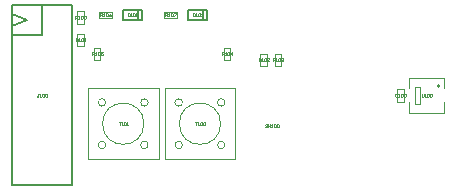
<source format=gto>
G04*
G04 #@! TF.GenerationSoftware,Altium Limited,Altium Designer,21.1.1 (26)*
G04*
G04 Layer_Color=65535*
%FSLAX44Y44*%
%MOMM*%
G71*
G04*
G04 #@! TF.SameCoordinates,1E62C949-7E6C-4E94-960E-AF288404BBEF*
G04*
G04*
G04 #@! TF.FilePolarity,Positive*
G04*
G01*
G75*
%ADD10C,0.1000*%
%ADD11C,0.2000*%
%ADD12C,0.0500*%
D10*
X144162Y70000D02*
G03*
X144162Y70000I-3162J0D01*
G01*
Y34000D02*
G03*
X144162Y34000I-3162J0D01*
G01*
X180162D02*
G03*
X180162Y34000I-3162J0D01*
G01*
Y70000D02*
G03*
X180162Y70000I-3162J0D01*
G01*
X176500Y52000D02*
G03*
X176500Y52000I-17500J0D01*
G01*
X115162Y34000D02*
G03*
X115162Y34000I-3162J0D01*
G01*
Y70000D02*
G03*
X115162Y70000I-3162J0D01*
G01*
X79162D02*
G03*
X79162Y70000I-3162J0D01*
G01*
Y34000D02*
G03*
X79162Y34000I-3162J0D01*
G01*
X111500Y52000D02*
G03*
X111500Y52000I-17500J0D01*
G01*
X326000Y70500D02*
X332000D01*
X326000Y81500D02*
X332000D01*
X326000Y70500D02*
Y81500D01*
X332000Y70500D02*
Y81500D01*
X55250Y136750D02*
Y147250D01*
X60750Y136750D02*
Y147250D01*
X55250Y136750D02*
X60750D01*
X55250Y147250D02*
X60750D01*
X60750Y117750D02*
Y128250D01*
X55250Y117750D02*
Y128250D01*
X60750D01*
X55250Y117750D02*
X60750D01*
X210250Y100750D02*
Y111250D01*
X215750Y100750D02*
Y111250D01*
X210250Y100750D02*
X215750D01*
X210250Y111250D02*
X215750D01*
X222250Y100750D02*
Y111250D01*
X227750Y100750D02*
Y111250D01*
X222250Y100750D02*
X227750D01*
X222250Y111250D02*
X227750D01*
X179250Y105750D02*
Y116250D01*
X184750Y105750D02*
Y116250D01*
X179250Y105750D02*
X184750D01*
X179250Y116250D02*
X184750D01*
X69250Y105750D02*
Y116250D01*
X74750Y105750D02*
Y116250D01*
X69250Y105750D02*
X74750D01*
X69250Y116250D02*
X74750D01*
X73750Y141250D02*
X84250D01*
X73750Y146750D02*
X84250D01*
Y141250D02*
Y146750D01*
X73750Y141250D02*
Y146750D01*
X128750Y141250D02*
X139250D01*
X128750Y146750D02*
X139250D01*
Y141250D02*
Y146750D01*
X128750Y141250D02*
Y146750D01*
X129000Y82000D02*
X189000D01*
X129000Y22000D02*
Y82000D01*
Y22000D02*
X189000D01*
Y82000D01*
X64000Y22000D02*
X124000D01*
Y82000D01*
X64000D02*
X124000D01*
X64000Y22000D02*
Y82000D01*
X341000Y83000D02*
X345000D01*
X341000Y69000D02*
Y83000D01*
Y69000D02*
X345000D01*
Y83000D01*
X336000Y61000D02*
X366000D01*
X336000Y91000D02*
X366000D01*
X336000Y82000D02*
Y91000D01*
Y61000D02*
Y70000D01*
X366000Y61000D02*
Y70000D01*
Y82000D02*
Y91000D01*
D11*
X362000Y84000D02*
G03*
X362000Y84000I-1000J0D01*
G01*
X110000Y140000D02*
Y148004D01*
X93500D02*
X110000D01*
X93500Y140000D02*
Y148004D01*
Y140000D02*
X110000D01*
X106250D02*
Y148004D01*
X165000Y140000D02*
Y148004D01*
X148500D02*
X165000D01*
X148500Y140000D02*
Y148004D01*
Y140000D02*
X165000D01*
X161250D02*
Y148004D01*
X-100Y126900D02*
X25300D01*
X50700Y-100D02*
Y152300D01*
X-100Y-100D02*
X50700D01*
X-100Y144680D02*
X12600Y139600D01*
X-100Y134520D02*
X12600Y139600D01*
X-100Y152300D02*
X50700D01*
X-100Y-100D02*
Y152300D01*
X25300Y126900D02*
Y152300D01*
D12*
X346632Y77275D02*
Y75193D01*
X347048Y74776D01*
X347881D01*
X348298Y75193D01*
Y77275D01*
X349131Y74776D02*
X349964D01*
X349548D01*
Y77275D01*
X349131Y76859D01*
X351214D02*
X351630Y77275D01*
X352463D01*
X352880Y76859D01*
Y75193D01*
X352463Y74776D01*
X351630D01*
X351214Y75193D01*
Y76859D01*
X353713D02*
X354129Y77275D01*
X354962D01*
X355379Y76859D01*
Y75193D01*
X354962Y74776D01*
X354129D01*
X353713Y75193D01*
Y76859D01*
X90092Y53145D02*
X91758D01*
X90925D01*
Y50646D01*
X92591D02*
X93424D01*
X93007D01*
Y53145D01*
X92591Y52729D01*
X94674D02*
X95090Y53145D01*
X95923D01*
X96340Y52729D01*
Y51063D01*
X95923Y50646D01*
X95090D01*
X94674Y51063D01*
Y52729D01*
X97173Y50646D02*
X98006D01*
X97589D01*
Y53145D01*
X97173Y52729D01*
X154608Y53145D02*
X156274D01*
X155441D01*
Y50646D01*
X157107D02*
X157940D01*
X157523D01*
Y53145D01*
X157107Y52729D01*
X159190D02*
X159606Y53145D01*
X160439D01*
X160856Y52729D01*
Y51063D01*
X160439Y50646D01*
X159606D01*
X159190Y51063D01*
Y52729D01*
X161689D02*
X162105Y53145D01*
X162938D01*
X163355Y52729D01*
Y51063D01*
X162938Y50646D01*
X162105D01*
X161689Y51063D01*
Y52729D01*
X215964Y50951D02*
X215547Y51367D01*
X214714D01*
X214298Y50951D01*
Y50534D01*
X214714Y50118D01*
X215547D01*
X215964Y49701D01*
Y49285D01*
X215547Y48868D01*
X214714D01*
X214298Y49285D01*
X216797Y51367D02*
Y48868D01*
X217630Y49701D01*
X218463Y48868D01*
Y51367D01*
X219296Y48868D02*
X220129D01*
X219713D01*
Y51367D01*
X219296Y50951D01*
X221379D02*
X221795Y51367D01*
X222628D01*
X223045Y50951D01*
Y49285D01*
X222628Y48868D01*
X221795D01*
X221379Y49285D01*
Y50951D01*
X223878D02*
X224294Y51367D01*
X225128D01*
X225544Y50951D01*
Y49285D01*
X225128Y48868D01*
X224294D01*
X223878Y49285D01*
Y50951D01*
X129716Y142848D02*
Y145347D01*
X130965D01*
X131382Y144931D01*
Y144098D01*
X130965Y143681D01*
X129716D01*
X130549D02*
X131382Y142848D01*
X132215D02*
X133048D01*
X132632D01*
Y145347D01*
X132215Y144931D01*
X134298D02*
X134714Y145347D01*
X135547D01*
X135964Y144931D01*
Y143265D01*
X135547Y142848D01*
X134714D01*
X134298Y143265D01*
Y144931D01*
X136797Y145347D02*
X138463D01*
Y144931D01*
X136797Y143265D01*
Y142848D01*
X74598D02*
Y145347D01*
X75847D01*
X76264Y144931D01*
Y144098D01*
X75847Y143681D01*
X74598D01*
X75431D02*
X76264Y142848D01*
X77097D02*
X77930D01*
X77513D01*
Y145347D01*
X77097Y144931D01*
X79180D02*
X79596Y145347D01*
X80429D01*
X80846Y144931D01*
Y143265D01*
X80429Y142848D01*
X79596D01*
X79180Y143265D01*
Y144931D01*
X83345Y145347D02*
X82512Y144931D01*
X81679Y144098D01*
Y143265D01*
X82095Y142848D01*
X82928D01*
X83345Y143265D01*
Y143681D01*
X82928Y144098D01*
X81679D01*
X67740Y109828D02*
Y112327D01*
X68989D01*
X69406Y111911D01*
Y111078D01*
X68989Y110661D01*
X67740D01*
X68573D02*
X69406Y109828D01*
X70239D02*
X71072D01*
X70655D01*
Y112327D01*
X70239Y111911D01*
X72322D02*
X72738Y112327D01*
X73571D01*
X73988Y111911D01*
Y110245D01*
X73571Y109828D01*
X72738D01*
X72322Y110245D01*
Y111911D01*
X76487Y112327D02*
X74821D01*
Y111078D01*
X75654Y111494D01*
X76070D01*
X76487Y111078D01*
Y110245D01*
X76070Y109828D01*
X75237D01*
X74821Y110245D01*
X177722Y109828D02*
Y112327D01*
X178971D01*
X179388Y111911D01*
Y111078D01*
X178971Y110661D01*
X177722D01*
X178555D02*
X179388Y109828D01*
X180221D02*
X181054D01*
X180637D01*
Y112327D01*
X180221Y111911D01*
X182304D02*
X182720Y112327D01*
X183553D01*
X183970Y111911D01*
Y110245D01*
X183553Y109828D01*
X182720D01*
X182304Y110245D01*
Y111911D01*
X186052Y109828D02*
Y112327D01*
X184803Y111078D01*
X186469D01*
X220648Y104748D02*
Y107247D01*
X221897D01*
X222314Y106831D01*
Y105998D01*
X221897Y105581D01*
X220648D01*
X221481D02*
X222314Y104748D01*
X223147D02*
X223980D01*
X223563D01*
Y107247D01*
X223147Y106831D01*
X225230D02*
X225646Y107247D01*
X226479D01*
X226896Y106831D01*
Y105165D01*
X226479Y104748D01*
X225646D01*
X225230Y105165D01*
Y106831D01*
X227729D02*
X228145Y107247D01*
X228978D01*
X229395Y106831D01*
Y106414D01*
X228978Y105998D01*
X228562D01*
X228978D01*
X229395Y105581D01*
Y105165D01*
X228978Y104748D01*
X228145D01*
X227729Y105165D01*
X208710Y104748D02*
Y107247D01*
X209959D01*
X210376Y106831D01*
Y105998D01*
X209959Y105581D01*
X208710D01*
X209543D02*
X210376Y104748D01*
X211209D02*
X212042D01*
X211625D01*
Y107247D01*
X211209Y106831D01*
X213292D02*
X213708Y107247D01*
X214541D01*
X214958Y106831D01*
Y105165D01*
X214541Y104748D01*
X213708D01*
X213292Y105165D01*
Y106831D01*
X217457Y104748D02*
X215791D01*
X217457Y106414D01*
Y106831D01*
X217040Y107247D01*
X216207D01*
X215791Y106831D01*
X54024Y121766D02*
Y124265D01*
X55273D01*
X55690Y123849D01*
Y123016D01*
X55273Y122599D01*
X54024D01*
X54857D02*
X55690Y121766D01*
X56523D02*
X57356D01*
X56940D01*
Y124265D01*
X56523Y123849D01*
X58606D02*
X59022Y124265D01*
X59855D01*
X60272Y123849D01*
Y122183D01*
X59855Y121766D01*
X59022D01*
X58606Y122183D01*
Y123849D01*
X61105Y121766D02*
X61938D01*
X61521D01*
Y124265D01*
X61105Y123849D01*
X53516Y140816D02*
Y143315D01*
X54765D01*
X55182Y142899D01*
Y142066D01*
X54765Y141649D01*
X53516D01*
X54349D02*
X55182Y140816D01*
X56015D02*
X56848D01*
X56431D01*
Y143315D01*
X56015Y142899D01*
X58098D02*
X58514Y143315D01*
X59347D01*
X59764Y142899D01*
Y141233D01*
X59347Y140816D01*
X58514D01*
X58098Y141233D01*
Y142899D01*
X60597D02*
X61013Y143315D01*
X61846D01*
X62263Y142899D01*
Y141233D01*
X61846Y140816D01*
X61013D01*
X60597Y141233D01*
Y142899D01*
X22670Y77275D02*
X21837D01*
X22253D01*
Y75193D01*
X21837Y74776D01*
X21420D01*
X21004Y75193D01*
X23503Y74776D02*
X24336D01*
X23919D01*
Y77275D01*
X23503Y76859D01*
X25586D02*
X26002Y77275D01*
X26835D01*
X27252Y76859D01*
Y75193D01*
X26835Y74776D01*
X26002D01*
X25586Y75193D01*
Y76859D01*
X28085D02*
X28501Y77275D01*
X29334D01*
X29751Y76859D01*
Y75193D01*
X29334Y74776D01*
X28501D01*
X28085Y75193D01*
Y76859D01*
X153084Y145347D02*
Y142848D01*
X154333D01*
X154750Y143265D01*
Y144931D01*
X154333Y145347D01*
X153084D01*
X155583Y142848D02*
X156416D01*
X155999D01*
Y145347D01*
X155583Y144931D01*
X157666D02*
X158082Y145347D01*
X158915D01*
X159332Y144931D01*
Y143265D01*
X158915Y142848D01*
X158082D01*
X157666Y143265D01*
Y144931D01*
X160165Y142848D02*
X160998D01*
X160581D01*
Y145347D01*
X160165Y144931D01*
X97712Y145347D02*
Y142848D01*
X98961D01*
X99378Y143265D01*
Y144931D01*
X98961Y145347D01*
X97712D01*
X100211Y142848D02*
X101044D01*
X100627D01*
Y145347D01*
X100211Y144931D01*
X102294D02*
X102710Y145347D01*
X103543D01*
X103960Y144931D01*
Y143265D01*
X103543Y142848D01*
X102710D01*
X102294Y143265D01*
Y144931D01*
X104793D02*
X105209Y145347D01*
X106042D01*
X106459Y144931D01*
Y143265D01*
X106042Y142848D01*
X105209D01*
X104793Y143265D01*
Y144931D01*
X326200Y76859D02*
X325783Y77275D01*
X324950D01*
X324534Y76859D01*
Y75193D01*
X324950Y74776D01*
X325783D01*
X326200Y75193D01*
X327033Y74776D02*
X327866D01*
X327449D01*
Y77275D01*
X327033Y76859D01*
X329116D02*
X329532Y77275D01*
X330365D01*
X330782Y76859D01*
Y75193D01*
X330365Y74776D01*
X329532D01*
X329116Y75193D01*
Y76859D01*
X331615D02*
X332031Y77275D01*
X332864D01*
X333281Y76859D01*
Y75193D01*
X332864Y74776D01*
X332031D01*
X331615Y75193D01*
Y76859D01*
M02*

</source>
